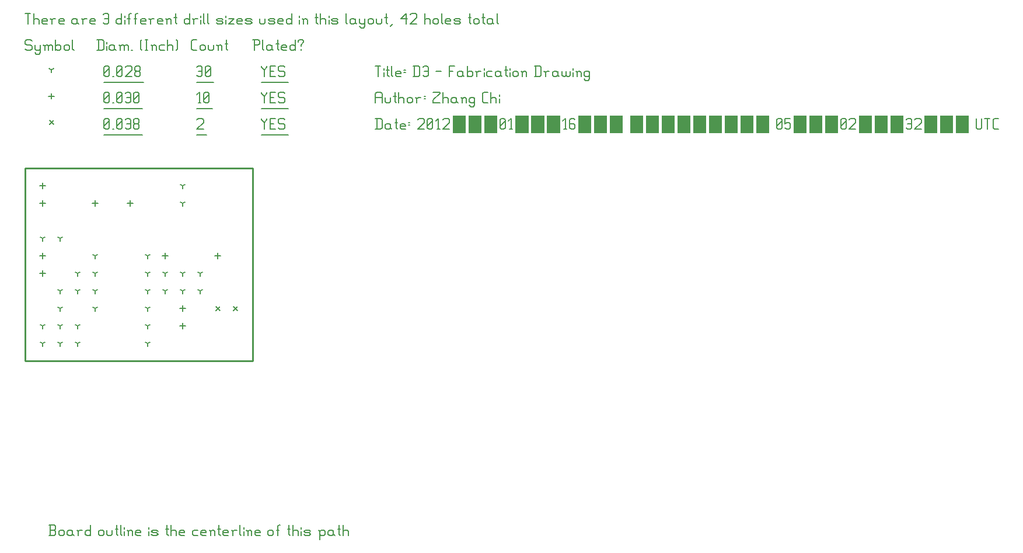
<source format=gbr>
G04 start of page 9 for group -3984 idx -3984 *
G04 Title: D3, fab *
G04 Creator: pcb 20100929 *
G04 CreationDate: 2012年01月16日 星期一 05时02分32秒 UTC *
G04 For: dword *
G04 Format: Gerber/RS-274X *
G04 PCB-Dimensions: 200000 200000 *
G04 PCB-Coordinate-Origin: lower left *
%MOIN*%
%FSLAX25Y25*%
%LNFAB*%
%ADD11C,0.0200*%
%ADD18C,0.0100*%
%ADD21C,0.0080*%
%ADD22C,0.0060*%
G54D21*X108800Y121200D02*X111200Y118800D01*
X108800D02*X111200Y121200D01*
X118800D02*X121200Y118800D01*
X118800D02*X121200Y121200D01*
X13800Y227450D02*X16200Y225050D01*
X13800D02*X16200Y227450D01*
G54D22*X135000Y228500D02*Y227750D01*
X136500Y226250D01*
X138000Y227750D01*
Y228500D02*Y227750D01*
X136500Y226250D02*Y222500D01*
X139801Y225500D02*X142051D01*
X139801Y222500D02*X142801D01*
X139801Y228500D02*Y222500D01*
Y228500D02*X142801D01*
X147603D02*X148353Y227750D01*
X145353Y228500D02*X147603D01*
X144603Y227750D02*X145353Y228500D01*
X144603Y227750D02*Y226250D01*
X145353Y225500D01*
X147603D01*
X148353Y224750D01*
Y223250D01*
X147603Y222500D02*X148353Y223250D01*
X145353Y222500D02*X147603D01*
X144603Y223250D02*X145353Y222500D01*
X135000Y219249D02*X150154D01*
X98000Y227750D02*X98750Y228500D01*
X101000D01*
X101750Y227750D01*
Y226250D01*
X98000Y222500D02*X101750Y226250D01*
X98000Y222500D02*X101750D01*
X98000Y219249D02*X103551D01*
X45000Y223250D02*X45750Y222500D01*
X45000Y227750D02*Y223250D01*
Y227750D02*X45750Y228500D01*
X47250D01*
X48000Y227750D01*
Y223250D01*
X47250Y222500D02*X48000Y223250D01*
X45750Y222500D02*X47250D01*
X45000Y224000D02*X48000Y227000D01*
X49801Y222500D02*X50551D01*
X52353Y223250D02*X53103Y222500D01*
X52353Y227750D02*Y223250D01*
Y227750D02*X53103Y228500D01*
X54603D01*
X55353Y227750D01*
Y223250D01*
X54603Y222500D02*X55353Y223250D01*
X53103Y222500D02*X54603D01*
X52353Y224000D02*X55353Y227000D01*
X57154Y227750D02*X57904Y228500D01*
X59404D01*
X60154Y227750D01*
Y223250D01*
X59404Y222500D02*X60154Y223250D01*
X57904Y222500D02*X59404D01*
X57154Y223250D02*X57904Y222500D01*
Y225500D02*X60154D01*
X61956Y223250D02*X62706Y222500D01*
X61956Y224750D02*Y223250D01*
Y224750D02*X62706Y225500D01*
X64206D01*
X64956Y224750D01*
Y223250D01*
X64206Y222500D02*X64956Y223250D01*
X62706Y222500D02*X64206D01*
X61956Y226250D02*X62706Y225500D01*
X61956Y227750D02*Y226250D01*
Y227750D02*X62706Y228500D01*
X64206D01*
X64956Y227750D01*
Y226250D01*
X64206Y225500D02*X64956Y226250D01*
X45000Y219249D02*X66757D01*
X80000Y151600D02*Y148400D01*
X78400Y150000D02*X81600D01*
X110000Y151600D02*Y148400D01*
X108400Y150000D02*X111600D01*
X10000Y151600D02*Y148400D01*
X8400Y150000D02*X11600D01*
X10000Y141600D02*Y138400D01*
X8400Y140000D02*X11600D01*
X90000Y121600D02*Y118400D01*
X88400Y120000D02*X91600D01*
X90000Y111600D02*Y108400D01*
X88400Y110000D02*X91600D01*
X40000Y181600D02*Y178400D01*
X38400Y180000D02*X41600D01*
X60000Y181600D02*Y178400D01*
X58400Y180000D02*X61600D01*
X10000Y181600D02*Y178400D01*
X8400Y180000D02*X11600D01*
X10000Y191600D02*Y188400D01*
X8400Y190000D02*X11600D01*
X15000Y242850D02*Y239650D01*
X13400Y241250D02*X16600D01*
X135000Y243500D02*Y242750D01*
X136500Y241250D01*
X138000Y242750D01*
Y243500D02*Y242750D01*
X136500Y241250D02*Y237500D01*
X139801Y240500D02*X142051D01*
X139801Y237500D02*X142801D01*
X139801Y243500D02*Y237500D01*
Y243500D02*X142801D01*
X147603D02*X148353Y242750D01*
X145353Y243500D02*X147603D01*
X144603Y242750D02*X145353Y243500D01*
X144603Y242750D02*Y241250D01*
X145353Y240500D01*
X147603D01*
X148353Y239750D01*
Y238250D01*
X147603Y237500D02*X148353Y238250D01*
X145353Y237500D02*X147603D01*
X144603Y238250D02*X145353Y237500D01*
X135000Y234249D02*X150154D01*
X98750Y237500D02*X100250D01*
X99500Y243500D02*Y237500D01*
X98000Y242000D02*X99500Y243500D01*
X102051Y238250D02*X102801Y237500D01*
X102051Y242750D02*Y238250D01*
Y242750D02*X102801Y243500D01*
X104301D01*
X105051Y242750D01*
Y238250D01*
X104301Y237500D02*X105051Y238250D01*
X102801Y237500D02*X104301D01*
X102051Y239000D02*X105051Y242000D01*
X98000Y234249D02*X106853D01*
X45000Y238250D02*X45750Y237500D01*
X45000Y242750D02*Y238250D01*
Y242750D02*X45750Y243500D01*
X47250D01*
X48000Y242750D01*
Y238250D01*
X47250Y237500D02*X48000Y238250D01*
X45750Y237500D02*X47250D01*
X45000Y239000D02*X48000Y242000D01*
X49801Y237500D02*X50551D01*
X52353Y238250D02*X53103Y237500D01*
X52353Y242750D02*Y238250D01*
Y242750D02*X53103Y243500D01*
X54603D01*
X55353Y242750D01*
Y238250D01*
X54603Y237500D02*X55353Y238250D01*
X53103Y237500D02*X54603D01*
X52353Y239000D02*X55353Y242000D01*
X57154Y242750D02*X57904Y243500D01*
X59404D01*
X60154Y242750D01*
Y238250D01*
X59404Y237500D02*X60154Y238250D01*
X57904Y237500D02*X59404D01*
X57154Y238250D02*X57904Y237500D01*
Y240500D02*X60154D01*
X61956Y238250D02*X62706Y237500D01*
X61956Y242750D02*Y238250D01*
Y242750D02*X62706Y243500D01*
X64206D01*
X64956Y242750D01*
Y238250D01*
X64206Y237500D02*X64956Y238250D01*
X62706Y237500D02*X64206D01*
X61956Y239000D02*X64956Y242000D01*
X45000Y234249D02*X66757D01*
X10000Y160000D02*Y158400D01*
Y160000D02*X11386Y160800D01*
X10000Y160000D02*X8614Y160800D01*
X20000Y160000D02*Y158400D01*
Y160000D02*X21386Y160800D01*
X20000Y160000D02*X18614Y160800D01*
X20000Y120000D02*Y118400D01*
Y120000D02*X21386Y120800D01*
X20000Y120000D02*X18614Y120800D01*
X20000Y130000D02*Y128400D01*
Y130000D02*X21386Y130800D01*
X20000Y130000D02*X18614Y130800D01*
X70000Y100000D02*Y98400D01*
Y100000D02*X71386Y100800D01*
X70000Y100000D02*X68614Y100800D01*
X70000Y110000D02*Y108400D01*
Y110000D02*X71386Y110800D01*
X70000Y110000D02*X68614Y110800D01*
X80000Y140000D02*Y138400D01*
Y140000D02*X81386Y140800D01*
X80000Y140000D02*X78614Y140800D01*
X80000Y130000D02*Y128400D01*
Y130000D02*X81386Y130800D01*
X80000Y130000D02*X78614Y130800D01*
X90000Y140000D02*Y138400D01*
Y140000D02*X91386Y140800D01*
X90000Y140000D02*X88614Y140800D01*
X90000Y130000D02*Y128400D01*
Y130000D02*X91386Y130800D01*
X90000Y130000D02*X88614Y130800D01*
X100000Y140000D02*Y138400D01*
Y140000D02*X101386Y140800D01*
X100000Y140000D02*X98614Y140800D01*
X100000Y130000D02*Y128400D01*
Y130000D02*X101386Y130800D01*
X100000Y130000D02*X98614Y130800D01*
X40000Y150000D02*Y148400D01*
Y150000D02*X41386Y150800D01*
X40000Y150000D02*X38614Y150800D01*
X40000Y140000D02*Y138400D01*
Y140000D02*X41386Y140800D01*
X40000Y140000D02*X38614Y140800D01*
X40000Y130000D02*Y128400D01*
Y130000D02*X41386Y130800D01*
X40000Y130000D02*X38614Y130800D01*
X40000Y120000D02*Y118400D01*
Y120000D02*X41386Y120800D01*
X40000Y120000D02*X38614Y120800D01*
X70000Y120000D02*Y118400D01*
Y120000D02*X71386Y120800D01*
X70000Y120000D02*X68614Y120800D01*
X70000Y130000D02*Y128400D01*
Y130000D02*X71386Y130800D01*
X70000Y130000D02*X68614Y130800D01*
X70000Y140000D02*Y138400D01*
Y140000D02*X71386Y140800D01*
X70000Y140000D02*X68614Y140800D01*
X70000Y150000D02*Y148400D01*
Y150000D02*X71386Y150800D01*
X70000Y150000D02*X68614Y150800D01*
X30000Y140000D02*Y138400D01*
Y140000D02*X31386Y140800D01*
X30000Y140000D02*X28614Y140800D01*
X30000Y130000D02*Y128400D01*
Y130000D02*X31386Y130800D01*
X30000Y130000D02*X28614Y130800D01*
X90000Y180000D02*Y178400D01*
Y180000D02*X91386Y180800D01*
X90000Y180000D02*X88614Y180800D01*
X90000Y190000D02*Y188400D01*
Y190000D02*X91386Y190800D01*
X90000Y190000D02*X88614Y190800D01*
X20000Y110000D02*Y108400D01*
Y110000D02*X21386Y110800D01*
X20000Y110000D02*X18614Y110800D01*
X10000Y110000D02*Y108400D01*
Y110000D02*X11386Y110800D01*
X10000Y110000D02*X8614Y110800D01*
X20000Y100000D02*Y98400D01*
Y100000D02*X21386Y100800D01*
X20000Y100000D02*X18614Y100800D01*
X10000Y100000D02*Y98400D01*
Y100000D02*X11386Y100800D01*
X10000Y100000D02*X8614Y100800D01*
X30000Y100000D02*Y98400D01*
Y100000D02*X31386Y100800D01*
X30000Y100000D02*X28614Y100800D01*
X30000Y110000D02*Y108400D01*
Y110000D02*X31386Y110800D01*
X30000Y110000D02*X28614Y110800D01*
X15000Y256250D02*Y254650D01*
Y256250D02*X16386Y257050D01*
X15000Y256250D02*X13614Y257050D01*
X135000Y258500D02*Y257750D01*
X136500Y256250D01*
X138000Y257750D01*
Y258500D02*Y257750D01*
X136500Y256250D02*Y252500D01*
X139801Y255500D02*X142051D01*
X139801Y252500D02*X142801D01*
X139801Y258500D02*Y252500D01*
Y258500D02*X142801D01*
X147603D02*X148353Y257750D01*
X145353Y258500D02*X147603D01*
X144603Y257750D02*X145353Y258500D01*
X144603Y257750D02*Y256250D01*
X145353Y255500D01*
X147603D01*
X148353Y254750D01*
Y253250D01*
X147603Y252500D02*X148353Y253250D01*
X145353Y252500D02*X147603D01*
X144603Y253250D02*X145353Y252500D01*
X135000Y249249D02*X150154D01*
X98000Y257750D02*X98750Y258500D01*
X100250D01*
X101000Y257750D01*
Y253250D01*
X100250Y252500D02*X101000Y253250D01*
X98750Y252500D02*X100250D01*
X98000Y253250D02*X98750Y252500D01*
Y255500D02*X101000D01*
X102801Y253250D02*X103551Y252500D01*
X102801Y257750D02*Y253250D01*
Y257750D02*X103551Y258500D01*
X105051D01*
X105801Y257750D01*
Y253250D01*
X105051Y252500D02*X105801Y253250D01*
X103551Y252500D02*X105051D01*
X102801Y254000D02*X105801Y257000D01*
X98000Y249249D02*X107603D01*
X45000Y253250D02*X45750Y252500D01*
X45000Y257750D02*Y253250D01*
Y257750D02*X45750Y258500D01*
X47250D01*
X48000Y257750D01*
Y253250D01*
X47250Y252500D02*X48000Y253250D01*
X45750Y252500D02*X47250D01*
X45000Y254000D02*X48000Y257000D01*
X49801Y252500D02*X50551D01*
X52353Y253250D02*X53103Y252500D01*
X52353Y257750D02*Y253250D01*
Y257750D02*X53103Y258500D01*
X54603D01*
X55353Y257750D01*
Y253250D01*
X54603Y252500D02*X55353Y253250D01*
X53103Y252500D02*X54603D01*
X52353Y254000D02*X55353Y257000D01*
X57154Y257750D02*X57904Y258500D01*
X60154D01*
X60904Y257750D01*
Y256250D01*
X57154Y252500D02*X60904Y256250D01*
X57154Y252500D02*X60904D01*
X62706Y253250D02*X63456Y252500D01*
X62706Y254750D02*Y253250D01*
Y254750D02*X63456Y255500D01*
X64956D01*
X65706Y254750D01*
Y253250D01*
X64956Y252500D02*X65706Y253250D01*
X63456Y252500D02*X64956D01*
X62706Y256250D02*X63456Y255500D01*
X62706Y257750D02*Y256250D01*
Y257750D02*X63456Y258500D01*
X64956D01*
X65706Y257750D01*
Y256250D01*
X64956Y255500D02*X65706Y256250D01*
X45000Y249249D02*X67507D01*
X3000Y273500D02*X3750Y272750D01*
X750Y273500D02*X3000D01*
X0Y272750D02*X750Y273500D01*
X0Y272750D02*Y271250D01*
X750Y270500D01*
X3000D01*
X3750Y269750D01*
Y268250D01*
X3000Y267500D02*X3750Y268250D01*
X750Y267500D02*X3000D01*
X0Y268250D02*X750Y267500D01*
X5551Y270500D02*Y268250D01*
X6301Y267500D01*
X8551Y270500D02*Y266000D01*
X7801Y265250D02*X8551Y266000D01*
X6301Y265250D02*X7801D01*
X5551Y266000D02*X6301Y265250D01*
Y267500D02*X7801D01*
X8551Y268250D01*
X11103Y269750D02*Y267500D01*
Y269750D02*X11853Y270500D01*
X12603D01*
X13353Y269750D01*
Y267500D01*
Y269750D02*X14103Y270500D01*
X14853D01*
X15603Y269750D01*
Y267500D01*
X10353Y270500D02*X11103Y269750D01*
X17404Y273500D02*Y267500D01*
Y268250D02*X18154Y267500D01*
X19654D01*
X20404Y268250D01*
Y269750D02*Y268250D01*
X19654Y270500D02*X20404Y269750D01*
X18154Y270500D02*X19654D01*
X17404Y269750D02*X18154Y270500D01*
X22206Y269750D02*Y268250D01*
Y269750D02*X22956Y270500D01*
X24456D01*
X25206Y269750D01*
Y268250D01*
X24456Y267500D02*X25206Y268250D01*
X22956Y267500D02*X24456D01*
X22206Y268250D02*X22956Y267500D01*
X27007Y273500D02*Y268250D01*
X27757Y267500D01*
X41750Y273500D02*Y267500D01*
X44000Y273500D02*X44750Y272750D01*
Y268250D01*
X44000Y267500D02*X44750Y268250D01*
X41000Y267500D02*X44000D01*
X41000Y273500D02*X44000D01*
X46551Y272000D02*Y271250D01*
Y269750D02*Y267500D01*
X50303Y270500D02*X51053Y269750D01*
X48803Y270500D02*X50303D01*
X48053Y269750D02*X48803Y270500D01*
X48053Y269750D02*Y268250D01*
X48803Y267500D01*
X51053Y270500D02*Y268250D01*
X51803Y267500D01*
X48803D02*X50303D01*
X51053Y268250D01*
X54354Y269750D02*Y267500D01*
Y269750D02*X55104Y270500D01*
X55854D01*
X56604Y269750D01*
Y267500D01*
Y269750D02*X57354Y270500D01*
X58104D01*
X58854Y269750D01*
Y267500D01*
X53604Y270500D02*X54354Y269750D01*
X60656Y267500D02*X61406D01*
X65907Y268250D02*X66657Y267500D01*
X65907Y272750D02*X66657Y273500D01*
X65907Y272750D02*Y268250D01*
X68459Y273500D02*X69959D01*
X69209D02*Y267500D01*
X68459D02*X69959D01*
X72510Y269750D02*Y267500D01*
Y269750D02*X73260Y270500D01*
X74010D01*
X74760Y269750D01*
Y267500D01*
X71760Y270500D02*X72510Y269750D01*
X77312Y270500D02*X79562D01*
X76562Y269750D02*X77312Y270500D01*
X76562Y269750D02*Y268250D01*
X77312Y267500D01*
X79562D01*
X81363Y273500D02*Y267500D01*
Y269750D02*X82113Y270500D01*
X83613D01*
X84363Y269750D01*
Y267500D01*
X86165Y273500D02*X86915Y272750D01*
Y268250D01*
X86165Y267500D02*X86915Y268250D01*
X95750Y267500D02*X98000D01*
X95000Y268250D02*X95750Y267500D01*
X95000Y272750D02*Y268250D01*
Y272750D02*X95750Y273500D01*
X98000D01*
X99801Y269750D02*Y268250D01*
Y269750D02*X100551Y270500D01*
X102051D01*
X102801Y269750D01*
Y268250D01*
X102051Y267500D02*X102801Y268250D01*
X100551Y267500D02*X102051D01*
X99801Y268250D02*X100551Y267500D01*
X104603Y270500D02*Y268250D01*
X105353Y267500D01*
X106853D01*
X107603Y268250D01*
Y270500D02*Y268250D01*
X110154Y269750D02*Y267500D01*
Y269750D02*X110904Y270500D01*
X111654D01*
X112404Y269750D01*
Y267500D01*
X109404Y270500D02*X110154Y269750D01*
X114956Y273500D02*Y268250D01*
X115706Y267500D01*
X114206Y271250D02*X115706D01*
X130750Y273500D02*Y267500D01*
X130000Y273500D02*X133000D01*
X133750Y272750D01*
Y271250D01*
X133000Y270500D02*X133750Y271250D01*
X130750Y270500D02*X133000D01*
X135551Y273500D02*Y268250D01*
X136301Y267500D01*
X140053Y270500D02*X140803Y269750D01*
X138553Y270500D02*X140053D01*
X137803Y269750D02*X138553Y270500D01*
X137803Y269750D02*Y268250D01*
X138553Y267500D01*
X140803Y270500D02*Y268250D01*
X141553Y267500D01*
X138553D02*X140053D01*
X140803Y268250D01*
X144104Y273500D02*Y268250D01*
X144854Y267500D01*
X143354Y271250D02*X144854D01*
X147106Y267500D02*X149356D01*
X146356Y268250D02*X147106Y267500D01*
X146356Y269750D02*Y268250D01*
Y269750D02*X147106Y270500D01*
X148606D01*
X149356Y269750D01*
X146356Y269000D02*X149356D01*
Y269750D02*Y269000D01*
X154157Y273500D02*Y267500D01*
X153407D02*X154157Y268250D01*
X151907Y267500D02*X153407D01*
X151157Y268250D02*X151907Y267500D01*
X151157Y269750D02*Y268250D01*
Y269750D02*X151907Y270500D01*
X153407D01*
X154157Y269750D01*
X157459Y270500D02*Y269750D01*
Y268250D02*Y267500D01*
X155959Y272750D02*Y272000D01*
Y272750D02*X156709Y273500D01*
X158209D01*
X158959Y272750D01*
Y272000D01*
X157459Y270500D02*X158959Y272000D01*
X0Y288500D02*X3000D01*
X1500D02*Y282500D01*
X4801Y288500D02*Y282500D01*
Y284750D02*X5551Y285500D01*
X7051D01*
X7801Y284750D01*
Y282500D01*
X10353D02*X12603D01*
X9603Y283250D02*X10353Y282500D01*
X9603Y284750D02*Y283250D01*
Y284750D02*X10353Y285500D01*
X11853D01*
X12603Y284750D01*
X9603Y284000D02*X12603D01*
Y284750D02*Y284000D01*
X15154Y284750D02*Y282500D01*
Y284750D02*X15904Y285500D01*
X17404D01*
X14404D02*X15154Y284750D01*
X19956Y282500D02*X22206D01*
X19206Y283250D02*X19956Y282500D01*
X19206Y284750D02*Y283250D01*
Y284750D02*X19956Y285500D01*
X21456D01*
X22206Y284750D01*
X19206Y284000D02*X22206D01*
Y284750D02*Y284000D01*
X28957Y285500D02*X29707Y284750D01*
X27457Y285500D02*X28957D01*
X26707Y284750D02*X27457Y285500D01*
X26707Y284750D02*Y283250D01*
X27457Y282500D01*
X29707Y285500D02*Y283250D01*
X30457Y282500D01*
X27457D02*X28957D01*
X29707Y283250D01*
X33009Y284750D02*Y282500D01*
Y284750D02*X33759Y285500D01*
X35259D01*
X32259D02*X33009Y284750D01*
X37810Y282500D02*X40060D01*
X37060Y283250D02*X37810Y282500D01*
X37060Y284750D02*Y283250D01*
Y284750D02*X37810Y285500D01*
X39310D01*
X40060Y284750D01*
X37060Y284000D02*X40060D01*
Y284750D02*Y284000D01*
X44562Y287750D02*X45312Y288500D01*
X46812D01*
X47562Y287750D01*
Y283250D01*
X46812Y282500D02*X47562Y283250D01*
X45312Y282500D02*X46812D01*
X44562Y283250D02*X45312Y282500D01*
Y285500D02*X47562D01*
X55063Y288500D02*Y282500D01*
X54313D02*X55063Y283250D01*
X52813Y282500D02*X54313D01*
X52063Y283250D02*X52813Y282500D01*
X52063Y284750D02*Y283250D01*
Y284750D02*X52813Y285500D01*
X54313D01*
X55063Y284750D01*
X56865Y287000D02*Y286250D01*
Y284750D02*Y282500D01*
X59116Y287750D02*Y282500D01*
Y287750D02*X59866Y288500D01*
X60616D01*
X58366Y285500D02*X59866D01*
X62868Y287750D02*Y282500D01*
Y287750D02*X63618Y288500D01*
X64368D01*
X62118Y285500D02*X63618D01*
X66619Y282500D02*X68869D01*
X65869Y283250D02*X66619Y282500D01*
X65869Y284750D02*Y283250D01*
Y284750D02*X66619Y285500D01*
X68119D01*
X68869Y284750D01*
X65869Y284000D02*X68869D01*
Y284750D02*Y284000D01*
X71421Y284750D02*Y282500D01*
Y284750D02*X72171Y285500D01*
X73671D01*
X70671D02*X71421Y284750D01*
X76222Y282500D02*X78472D01*
X75472Y283250D02*X76222Y282500D01*
X75472Y284750D02*Y283250D01*
Y284750D02*X76222Y285500D01*
X77722D01*
X78472Y284750D01*
X75472Y284000D02*X78472D01*
Y284750D02*Y284000D01*
X81024Y284750D02*Y282500D01*
Y284750D02*X81774Y285500D01*
X82524D01*
X83274Y284750D01*
Y282500D01*
X80274Y285500D02*X81024Y284750D01*
X85825Y288500D02*Y283250D01*
X86575Y282500D01*
X85075Y286250D02*X86575D01*
X93777Y288500D02*Y282500D01*
X93027D02*X93777Y283250D01*
X91527Y282500D02*X93027D01*
X90777Y283250D02*X91527Y282500D01*
X90777Y284750D02*Y283250D01*
Y284750D02*X91527Y285500D01*
X93027D01*
X93777Y284750D01*
X96328D02*Y282500D01*
Y284750D02*X97078Y285500D01*
X98578D01*
X95578D02*X96328Y284750D01*
X100380Y287000D02*Y286250D01*
Y284750D02*Y282500D01*
X101881Y288500D02*Y283250D01*
X102631Y282500D01*
X104133Y288500D02*Y283250D01*
X104883Y282500D01*
X109834D02*X112084D01*
X112834Y283250D01*
X112084Y284000D02*X112834Y283250D01*
X109834Y284000D02*X112084D01*
X109084Y284750D02*X109834Y284000D01*
X109084Y284750D02*X109834Y285500D01*
X112084D01*
X112834Y284750D01*
X109084Y283250D02*X109834Y282500D01*
X114636Y287000D02*Y286250D01*
Y284750D02*Y282500D01*
X116137Y285500D02*X119137D01*
X116137Y282500D02*X119137Y285500D01*
X116137Y282500D02*X119137D01*
X121689D02*X123939D01*
X120939Y283250D02*X121689Y282500D01*
X120939Y284750D02*Y283250D01*
Y284750D02*X121689Y285500D01*
X123189D01*
X123939Y284750D01*
X120939Y284000D02*X123939D01*
Y284750D02*Y284000D01*
X126490Y282500D02*X128740D01*
X129490Y283250D01*
X128740Y284000D02*X129490Y283250D01*
X126490Y284000D02*X128740D01*
X125740Y284750D02*X126490Y284000D01*
X125740Y284750D02*X126490Y285500D01*
X128740D01*
X129490Y284750D01*
X125740Y283250D02*X126490Y282500D01*
X133992Y285500D02*Y283250D01*
X134742Y282500D01*
X136242D01*
X136992Y283250D01*
Y285500D02*Y283250D01*
X139543Y282500D02*X141793D01*
X142543Y283250D01*
X141793Y284000D02*X142543Y283250D01*
X139543Y284000D02*X141793D01*
X138793Y284750D02*X139543Y284000D01*
X138793Y284750D02*X139543Y285500D01*
X141793D01*
X142543Y284750D01*
X138793Y283250D02*X139543Y282500D01*
X145095D02*X147345D01*
X144345Y283250D02*X145095Y282500D01*
X144345Y284750D02*Y283250D01*
Y284750D02*X145095Y285500D01*
X146595D01*
X147345Y284750D01*
X144345Y284000D02*X147345D01*
Y284750D02*Y284000D01*
X152146Y288500D02*Y282500D01*
X151396D02*X152146Y283250D01*
X149896Y282500D02*X151396D01*
X149146Y283250D02*X149896Y282500D01*
X149146Y284750D02*Y283250D01*
Y284750D02*X149896Y285500D01*
X151396D01*
X152146Y284750D01*
X156648Y287000D02*Y286250D01*
Y284750D02*Y282500D01*
X158899Y284750D02*Y282500D01*
Y284750D02*X159649Y285500D01*
X160399D01*
X161149Y284750D01*
Y282500D01*
X158149Y285500D02*X158899Y284750D01*
X166401Y288500D02*Y283250D01*
X167151Y282500D01*
X165651Y286250D02*X167151D01*
X168652Y288500D02*Y282500D01*
Y284750D02*X169402Y285500D01*
X170902D01*
X171652Y284750D01*
Y282500D01*
X173454Y287000D02*Y286250D01*
Y284750D02*Y282500D01*
X175705D02*X177955D01*
X178705Y283250D01*
X177955Y284000D02*X178705Y283250D01*
X175705Y284000D02*X177955D01*
X174955Y284750D02*X175705Y284000D01*
X174955Y284750D02*X175705Y285500D01*
X177955D01*
X178705Y284750D01*
X174955Y283250D02*X175705Y282500D01*
X183207Y288500D02*Y283250D01*
X183957Y282500D01*
X187708Y285500D02*X188458Y284750D01*
X186208Y285500D02*X187708D01*
X185458Y284750D02*X186208Y285500D01*
X185458Y284750D02*Y283250D01*
X186208Y282500D01*
X188458Y285500D02*Y283250D01*
X189208Y282500D01*
X186208D02*X187708D01*
X188458Y283250D01*
X191010Y285500D02*Y283250D01*
X191760Y282500D01*
X194010Y285500D02*Y281000D01*
X193260Y280250D02*X194010Y281000D01*
X191760Y280250D02*X193260D01*
X191010Y281000D02*X191760Y280250D01*
Y282500D02*X193260D01*
X194010Y283250D01*
X195811Y284750D02*Y283250D01*
Y284750D02*X196561Y285500D01*
X198061D01*
X198811Y284750D01*
Y283250D01*
X198061Y282500D02*X198811Y283250D01*
X196561Y282500D02*X198061D01*
X195811Y283250D02*X196561Y282500D01*
X200613Y285500D02*Y283250D01*
X201363Y282500D01*
X202863D01*
X203613Y283250D01*
Y285500D02*Y283250D01*
X206164Y288500D02*Y283250D01*
X206914Y282500D01*
X205414Y286250D02*X206914D01*
X208416Y281000D02*X209916Y282500D01*
X214417Y285500D02*X217417Y288500D01*
X214417Y285500D02*X218167D01*
X217417Y288500D02*Y282500D01*
X219969Y287750D02*X220719Y288500D01*
X222969D01*
X223719Y287750D01*
Y286250D01*
X219969Y282500D02*X223719Y286250D01*
X219969Y282500D02*X223719D01*
X228220Y288500D02*Y282500D01*
Y284750D02*X228970Y285500D01*
X230470D01*
X231220Y284750D01*
Y282500D01*
X233022Y284750D02*Y283250D01*
Y284750D02*X233772Y285500D01*
X235272D01*
X236022Y284750D01*
Y283250D01*
X235272Y282500D02*X236022Y283250D01*
X233772Y282500D02*X235272D01*
X233022Y283250D02*X233772Y282500D01*
X237823Y288500D02*Y283250D01*
X238573Y282500D01*
X240825D02*X243075D01*
X240075Y283250D02*X240825Y282500D01*
X240075Y284750D02*Y283250D01*
Y284750D02*X240825Y285500D01*
X242325D01*
X243075Y284750D01*
X240075Y284000D02*X243075D01*
Y284750D02*Y284000D01*
X245626Y282500D02*X247876D01*
X248626Y283250D01*
X247876Y284000D02*X248626Y283250D01*
X245626Y284000D02*X247876D01*
X244876Y284750D02*X245626Y284000D01*
X244876Y284750D02*X245626Y285500D01*
X247876D01*
X248626Y284750D01*
X244876Y283250D02*X245626Y282500D01*
X253878Y288500D02*Y283250D01*
X254628Y282500D01*
X253128Y286250D02*X254628D01*
X256129Y284750D02*Y283250D01*
Y284750D02*X256879Y285500D01*
X258379D01*
X259129Y284750D01*
Y283250D01*
X258379Y282500D02*X259129Y283250D01*
X256879Y282500D02*X258379D01*
X256129Y283250D02*X256879Y282500D01*
X261681Y288500D02*Y283250D01*
X262431Y282500D01*
X260931Y286250D02*X262431D01*
X266182Y285500D02*X266932Y284750D01*
X264682Y285500D02*X266182D01*
X263932Y284750D02*X264682Y285500D01*
X263932Y284750D02*Y283250D01*
X264682Y282500D01*
X266932Y285500D02*Y283250D01*
X267682Y282500D01*
X264682D02*X266182D01*
X266932Y283250D01*
X269484Y288500D02*Y283250D01*
X270234Y282500D01*
G54D18*X130000Y200000D02*X0D01*
X130000Y90000D02*Y200000D01*
X0Y90000D02*X130000D01*
X0Y200000D02*Y90000D01*
G54D22*X13648Y-9500D02*X16648D01*
X17398Y-8750D01*
Y-7250D02*Y-8750D01*
X16648Y-6500D02*X17398Y-7250D01*
X14398Y-6500D02*X16648D01*
X14398Y-3500D02*Y-9500D01*
X13648Y-3500D02*X16648D01*
X17398Y-4250D01*
Y-5750D01*
X16648Y-6500D02*X17398Y-5750D01*
X19199Y-7250D02*Y-8750D01*
Y-7250D02*X19949Y-6500D01*
X21449D01*
X22199Y-7250D01*
Y-8750D01*
X21449Y-9500D02*X22199Y-8750D01*
X19949Y-9500D02*X21449D01*
X19199Y-8750D02*X19949Y-9500D01*
X26251Y-6500D02*X27001Y-7250D01*
X24751Y-6500D02*X26251D01*
X24001Y-7250D02*X24751Y-6500D01*
X24001Y-7250D02*Y-8750D01*
X24751Y-9500D01*
X27001Y-6500D02*Y-8750D01*
X27751Y-9500D01*
X24751D02*X26251D01*
X27001Y-8750D01*
X30302Y-7250D02*Y-9500D01*
Y-7250D02*X31052Y-6500D01*
X32552D01*
X29552D02*X30302Y-7250D01*
X37354Y-3500D02*Y-9500D01*
X36604D02*X37354Y-8750D01*
X35104Y-9500D02*X36604D01*
X34354Y-8750D02*X35104Y-9500D01*
X34354Y-7250D02*Y-8750D01*
Y-7250D02*X35104Y-6500D01*
X36604D01*
X37354Y-7250D01*
X41855D02*Y-8750D01*
Y-7250D02*X42605Y-6500D01*
X44105D01*
X44855Y-7250D01*
Y-8750D01*
X44105Y-9500D02*X44855Y-8750D01*
X42605Y-9500D02*X44105D01*
X41855Y-8750D02*X42605Y-9500D01*
X46657Y-6500D02*Y-8750D01*
X47407Y-9500D01*
X48907D01*
X49657Y-8750D01*
Y-6500D02*Y-8750D01*
X52208Y-3500D02*Y-8750D01*
X52958Y-9500D01*
X51458Y-5750D02*X52958D01*
X54460Y-3500D02*Y-8750D01*
X55210Y-9500D01*
X56711Y-5000D02*Y-5750D01*
Y-7250D02*Y-9500D01*
X58963Y-7250D02*Y-9500D01*
Y-7250D02*X59713Y-6500D01*
X60463D01*
X61213Y-7250D01*
Y-9500D01*
X58213Y-6500D02*X58963Y-7250D01*
X63764Y-9500D02*X66014D01*
X63014Y-8750D02*X63764Y-9500D01*
X63014Y-7250D02*Y-8750D01*
Y-7250D02*X63764Y-6500D01*
X65264D01*
X66014Y-7250D01*
X63014Y-8000D02*X66014D01*
Y-7250D02*Y-8000D01*
X70516Y-5000D02*Y-5750D01*
Y-7250D02*Y-9500D01*
X72767D02*X75017D01*
X75767Y-8750D01*
X75017Y-8000D02*X75767Y-8750D01*
X72767Y-8000D02*X75017D01*
X72017Y-7250D02*X72767Y-8000D01*
X72017Y-7250D02*X72767Y-6500D01*
X75017D01*
X75767Y-7250D01*
X72017Y-8750D02*X72767Y-9500D01*
X81019Y-3500D02*Y-8750D01*
X81769Y-9500D01*
X80269Y-5750D02*X81769D01*
X83270Y-3500D02*Y-9500D01*
Y-7250D02*X84020Y-6500D01*
X85520D01*
X86270Y-7250D01*
Y-9500D01*
X88822D02*X91072D01*
X88072Y-8750D02*X88822Y-9500D01*
X88072Y-7250D02*Y-8750D01*
Y-7250D02*X88822Y-6500D01*
X90322D01*
X91072Y-7250D01*
X88072Y-8000D02*X91072D01*
Y-7250D02*Y-8000D01*
X96323Y-6500D02*X98573D01*
X95573Y-7250D02*X96323Y-6500D01*
X95573Y-7250D02*Y-8750D01*
X96323Y-9500D01*
X98573D01*
X101125D02*X103375D01*
X100375Y-8750D02*X101125Y-9500D01*
X100375Y-7250D02*Y-8750D01*
Y-7250D02*X101125Y-6500D01*
X102625D01*
X103375Y-7250D01*
X100375Y-8000D02*X103375D01*
Y-7250D02*Y-8000D01*
X105926Y-7250D02*Y-9500D01*
Y-7250D02*X106676Y-6500D01*
X107426D01*
X108176Y-7250D01*
Y-9500D01*
X105176Y-6500D02*X105926Y-7250D01*
X110728Y-3500D02*Y-8750D01*
X111478Y-9500D01*
X109978Y-5750D02*X111478D01*
X113729Y-9500D02*X115979D01*
X112979Y-8750D02*X113729Y-9500D01*
X112979Y-7250D02*Y-8750D01*
Y-7250D02*X113729Y-6500D01*
X115229D01*
X115979Y-7250D01*
X112979Y-8000D02*X115979D01*
Y-7250D02*Y-8000D01*
X118531Y-7250D02*Y-9500D01*
Y-7250D02*X119281Y-6500D01*
X120781D01*
X117781D02*X118531Y-7250D01*
X122582Y-3500D02*Y-8750D01*
X123332Y-9500D01*
X124834Y-5000D02*Y-5750D01*
Y-7250D02*Y-9500D01*
X127085Y-7250D02*Y-9500D01*
Y-7250D02*X127835Y-6500D01*
X128585D01*
X129335Y-7250D01*
Y-9500D01*
X126335Y-6500D02*X127085Y-7250D01*
X131887Y-9500D02*X134137D01*
X131137Y-8750D02*X131887Y-9500D01*
X131137Y-7250D02*Y-8750D01*
Y-7250D02*X131887Y-6500D01*
X133387D01*
X134137Y-7250D01*
X131137Y-8000D02*X134137D01*
Y-7250D02*Y-8000D01*
X138638Y-7250D02*Y-8750D01*
Y-7250D02*X139388Y-6500D01*
X140888D01*
X141638Y-7250D01*
Y-8750D01*
X140888Y-9500D02*X141638Y-8750D01*
X139388Y-9500D02*X140888D01*
X138638Y-8750D02*X139388Y-9500D01*
X144190Y-4250D02*Y-9500D01*
Y-4250D02*X144940Y-3500D01*
X145690D01*
X143440Y-6500D02*X144940D01*
X150641Y-3500D02*Y-8750D01*
X151391Y-9500D01*
X149891Y-5750D02*X151391D01*
X152893Y-3500D02*Y-9500D01*
Y-7250D02*X153643Y-6500D01*
X155143D01*
X155893Y-7250D01*
Y-9500D01*
X157694Y-5000D02*Y-5750D01*
Y-7250D02*Y-9500D01*
X159946D02*X162196D01*
X162946Y-8750D01*
X162196Y-8000D02*X162946Y-8750D01*
X159946Y-8000D02*X162196D01*
X159196Y-7250D02*X159946Y-8000D01*
X159196Y-7250D02*X159946Y-6500D01*
X162196D01*
X162946Y-7250D01*
X159196Y-8750D02*X159946Y-9500D01*
X168197Y-7250D02*Y-11750D01*
X167447Y-6500D02*X168197Y-7250D01*
X168947Y-6500D01*
X170447D01*
X171197Y-7250D01*
Y-8750D01*
X170447Y-9500D02*X171197Y-8750D01*
X168947Y-9500D02*X170447D01*
X168197Y-8750D02*X168947Y-9500D01*
X175249Y-6500D02*X175999Y-7250D01*
X173749Y-6500D02*X175249D01*
X172999Y-7250D02*X173749Y-6500D01*
X172999Y-7250D02*Y-8750D01*
X173749Y-9500D01*
X175999Y-6500D02*Y-8750D01*
X176749Y-9500D01*
X173749D02*X175249D01*
X175999Y-8750D01*
X179300Y-3500D02*Y-8750D01*
X180050Y-9500D01*
X178550Y-5750D02*X180050D01*
X181552Y-3500D02*Y-9500D01*
Y-7250D02*X182302Y-6500D01*
X183802D01*
X184552Y-7250D01*
Y-9500D01*
X200750Y228500D02*Y222500D01*
X203000Y228500D02*X203750Y227750D01*
Y223250D01*
X203000Y222500D02*X203750Y223250D01*
X200000Y222500D02*X203000D01*
X200000Y228500D02*X203000D01*
X207801Y225500D02*X208551Y224750D01*
X206301Y225500D02*X207801D01*
X205551Y224750D02*X206301Y225500D01*
X205551Y224750D02*Y223250D01*
X206301Y222500D01*
X208551Y225500D02*Y223250D01*
X209301Y222500D01*
X206301D02*X207801D01*
X208551Y223250D01*
X211853Y228500D02*Y223250D01*
X212603Y222500D01*
X211103Y226250D02*X212603D01*
X214854Y222500D02*X217104D01*
X214104Y223250D02*X214854Y222500D01*
X214104Y224750D02*Y223250D01*
Y224750D02*X214854Y225500D01*
X216354D01*
X217104Y224750D01*
X214104Y224000D02*X217104D01*
Y224750D02*Y224000D01*
X218906Y226250D02*X219656D01*
X218906Y224750D02*X219656D01*
X224157Y227750D02*X224907Y228500D01*
X227157D01*
X227907Y227750D01*
Y226250D01*
X224157Y222500D02*X227907Y226250D01*
X224157Y222500D02*X227907D01*
X229709Y223250D02*X230459Y222500D01*
X229709Y227750D02*Y223250D01*
Y227750D02*X230459Y228500D01*
X231959D01*
X232709Y227750D01*
Y223250D01*
X231959Y222500D02*X232709Y223250D01*
X230459Y222500D02*X231959D01*
X229709Y224000D02*X232709Y227000D01*
X235260Y222500D02*X236760D01*
X236010Y228500D02*Y222500D01*
X234510Y227000D02*X236010Y228500D01*
X238562Y227750D02*X239312Y228500D01*
X241562D01*
X242312Y227750D01*
Y226250D01*
X238562Y222500D02*X242312Y226250D01*
X238562Y222500D02*X242312D01*
G54D11*G36*
X244113Y230000D02*Y220249D01*
X251615D01*
Y230000D01*
X244113D01*
G37*
G36*
X253115D02*Y220249D01*
X260616D01*
Y230000D01*
X253115D01*
G37*
G36*
X262116D02*Y220249D01*
X269618D01*
Y230000D01*
X262116D01*
G37*
G54D22*X271118Y223250D02*X271868Y222500D01*
X271118Y227750D02*Y223250D01*
Y227750D02*X271868Y228500D01*
X273368D01*
X274118Y227750D01*
Y223250D01*
X273368Y222500D02*X274118Y223250D01*
X271868Y222500D02*X273368D01*
X271118Y224000D02*X274118Y227000D01*
X276669Y222500D02*X278169D01*
X277419Y228500D02*Y222500D01*
X275919Y227000D02*X277419Y228500D01*
G54D11*G36*
X279971Y230000D02*Y220249D01*
X287472D01*
Y230000D01*
X279971D01*
G37*
G36*
X288972D02*Y220249D01*
X296474D01*
Y230000D01*
X288972D01*
G37*
G36*
X297974D02*Y220249D01*
X305475D01*
Y230000D01*
X297974D01*
G37*
G54D22*X307725Y222500D02*X309225D01*
X308475Y228500D02*Y222500D01*
X306975Y227000D02*X308475Y228500D01*
X313277D02*X314027Y227750D01*
X311777Y228500D02*X313277D01*
X311027Y227750D02*X311777Y228500D01*
X311027Y227750D02*Y223250D01*
X311777Y222500D01*
X313277Y225500D02*X314027Y224750D01*
X311027Y225500D02*X313277D01*
X311777Y222500D02*X313277D01*
X314027Y223250D01*
Y224750D02*Y223250D01*
G54D11*G36*
X315828Y230000D02*Y220249D01*
X323330D01*
Y230000D01*
X315828D01*
G37*
G36*
X324830D02*Y220249D01*
X332331D01*
Y230000D01*
X324830D01*
G37*
G36*
X333831D02*Y220249D01*
X341333D01*
Y230000D01*
X333831D01*
G37*
G36*
X345533D02*Y220249D01*
X353034D01*
Y230000D01*
X345533D01*
G37*
G36*
X354534D02*Y220249D01*
X362036D01*
Y230000D01*
X354534D01*
G37*
G36*
X363536D02*Y220249D01*
X371037D01*
Y230000D01*
X363536D01*
G37*
G36*
X372537D02*Y220249D01*
X380039D01*
Y230000D01*
X372537D01*
G37*
G36*
X381539D02*Y220249D01*
X389040D01*
Y230000D01*
X381539D01*
G37*
G36*
X390540D02*Y220249D01*
X398042D01*
Y230000D01*
X390540D01*
G37*
G36*
X399542D02*Y220249D01*
X407043D01*
Y230000D01*
X399542D01*
G37*
G36*
X408543D02*Y220249D01*
X416045D01*
Y230000D01*
X408543D01*
G37*
G36*
X417545D02*Y220249D01*
X425046D01*
Y230000D01*
X417545D01*
G37*
G54D22*X429246Y223250D02*X429996Y222500D01*
X429246Y227750D02*Y223250D01*
Y227750D02*X429996Y228500D01*
X431496D01*
X432246Y227750D01*
Y223250D01*
X431496Y222500D02*X432246Y223250D01*
X429996Y222500D02*X431496D01*
X429246Y224000D02*X432246Y227000D01*
X434048Y228500D02*X437048D01*
X434048D02*Y225500D01*
X434798Y226250D01*
X436298D01*
X437048Y225500D01*
Y223250D01*
X436298Y222500D02*X437048Y223250D01*
X434798Y222500D02*X436298D01*
X434048Y223250D02*X434798Y222500D01*
G54D11*G36*
X438849Y230000D02*Y220249D01*
X446351D01*
Y230000D01*
X438849D01*
G37*
G36*
X447851D02*Y220249D01*
X455352D01*
Y230000D01*
X447851D01*
G37*
G36*
X456852D02*Y220249D01*
X464354D01*
Y230000D01*
X456852D01*
G37*
G54D22*X465854Y223250D02*X466604Y222500D01*
X465854Y227750D02*Y223250D01*
Y227750D02*X466604Y228500D01*
X468104D01*
X468854Y227750D01*
Y223250D01*
X468104Y222500D02*X468854Y223250D01*
X466604Y222500D02*X468104D01*
X465854Y224000D02*X468854Y227000D01*
X470655Y227750D02*X471405Y228500D01*
X473655D01*
X474405Y227750D01*
Y226250D01*
X470655Y222500D02*X474405Y226250D01*
X470655Y222500D02*X474405D01*
G54D11*G36*
X476207Y230000D02*Y220249D01*
X483708D01*
Y230000D01*
X476207D01*
G37*
G36*
X485208D02*Y220249D01*
X492710D01*
Y230000D01*
X485208D01*
G37*
G36*
X494210D02*Y220249D01*
X501711D01*
Y230000D01*
X494210D01*
G37*
G54D22*X503211Y227750D02*X503961Y228500D01*
X505461D01*
X506211Y227750D01*
Y223250D01*
X505461Y222500D02*X506211Y223250D01*
X503961Y222500D02*X505461D01*
X503211Y223250D02*X503961Y222500D01*
Y225500D02*X506211D01*
X508013Y227750D02*X508763Y228500D01*
X511013D01*
X511763Y227750D01*
Y226250D01*
X508013Y222500D02*X511763Y226250D01*
X508013Y222500D02*X511763D01*
G54D11*G36*
X513564Y230000D02*Y220249D01*
X521066D01*
Y230000D01*
X513564D01*
G37*
G36*
X522566D02*Y220249D01*
X530067D01*
Y230000D01*
X522566D01*
G37*
G36*
X531567D02*Y220249D01*
X539069D01*
Y230000D01*
X531567D01*
G37*
G54D22*X543269Y228500D02*Y223250D01*
X544019Y222500D01*
X545519D01*
X546269Y223250D01*
Y228500D02*Y223250D01*
X548070Y228500D02*X551070D01*
X549570D02*Y222500D01*
X553622D02*X555872D01*
X552872Y223250D02*X553622Y222500D01*
X552872Y227750D02*Y223250D01*
Y227750D02*X553622Y228500D01*
X555872D01*
X200000Y242750D02*Y237500D01*
Y242750D02*X200750Y243500D01*
X203000D01*
X203750Y242750D01*
Y237500D01*
X200000Y240500D02*X203750D01*
X205551D02*Y238250D01*
X206301Y237500D01*
X207801D01*
X208551Y238250D01*
Y240500D02*Y238250D01*
X211103Y243500D02*Y238250D01*
X211853Y237500D01*
X210353Y241250D02*X211853D01*
X213354Y243500D02*Y237500D01*
Y239750D02*X214104Y240500D01*
X215604D01*
X216354Y239750D01*
Y237500D01*
X218156Y239750D02*Y238250D01*
Y239750D02*X218906Y240500D01*
X220406D01*
X221156Y239750D01*
Y238250D01*
X220406Y237500D02*X221156Y238250D01*
X218906Y237500D02*X220406D01*
X218156Y238250D02*X218906Y237500D01*
X223707Y239750D02*Y237500D01*
Y239750D02*X224457Y240500D01*
X225957D01*
X222957D02*X223707Y239750D01*
X227759Y241250D02*X228509D01*
X227759Y239750D02*X228509D01*
X233010Y243500D02*X236760D01*
Y242750D01*
X233010Y239000D02*X236760Y242750D01*
X233010Y239000D02*Y237500D01*
X236760D01*
X238562Y243500D02*Y237500D01*
Y239750D02*X239312Y240500D01*
X240812D01*
X241562Y239750D01*
Y237500D01*
X245613Y240500D02*X246363Y239750D01*
X244113Y240500D02*X245613D01*
X243363Y239750D02*X244113Y240500D01*
X243363Y239750D02*Y238250D01*
X244113Y237500D01*
X246363Y240500D02*Y238250D01*
X247113Y237500D01*
X244113D02*X245613D01*
X246363Y238250D01*
X249665Y239750D02*Y237500D01*
Y239750D02*X250415Y240500D01*
X251165D01*
X251915Y239750D01*
Y237500D01*
X248915Y240500D02*X249665Y239750D01*
X255966Y240500D02*X256716Y239750D01*
X254466Y240500D02*X255966D01*
X253716Y239750D02*X254466Y240500D01*
X253716Y239750D02*Y238250D01*
X254466Y237500D01*
X255966D01*
X256716Y238250D01*
X253716Y236000D02*X254466Y235250D01*
X255966D01*
X256716Y236000D01*
Y240500D02*Y236000D01*
X261968Y237500D02*X264218D01*
X261218Y238250D02*X261968Y237500D01*
X261218Y242750D02*Y238250D01*
Y242750D02*X261968Y243500D01*
X264218D01*
X266019D02*Y237500D01*
Y239750D02*X266769Y240500D01*
X268269D01*
X269019Y239750D01*
Y237500D01*
X270821Y242000D02*Y241250D01*
Y239750D02*Y237500D01*
X200000Y258500D02*X203000D01*
X201500D02*Y252500D01*
X204801Y257000D02*Y256250D01*
Y254750D02*Y252500D01*
X207053Y258500D02*Y253250D01*
X207803Y252500D01*
X206303Y256250D02*X207803D01*
X209304Y258500D02*Y253250D01*
X210054Y252500D01*
X212306D02*X214556D01*
X211556Y253250D02*X212306Y252500D01*
X211556Y254750D02*Y253250D01*
Y254750D02*X212306Y255500D01*
X213806D01*
X214556Y254750D01*
X211556Y254000D02*X214556D01*
Y254750D02*Y254000D01*
X216357Y256250D02*X217107D01*
X216357Y254750D02*X217107D01*
X222359Y258500D02*Y252500D01*
X224609Y258500D02*X225359Y257750D01*
Y253250D01*
X224609Y252500D02*X225359Y253250D01*
X221609Y252500D02*X224609D01*
X221609Y258500D02*X224609D01*
X227160Y257750D02*X227910Y258500D01*
X229410D01*
X230160Y257750D01*
Y253250D01*
X229410Y252500D02*X230160Y253250D01*
X227910Y252500D02*X229410D01*
X227160Y253250D02*X227910Y252500D01*
Y255500D02*X230160D01*
X234662D02*X237662D01*
X242163Y258500D02*Y252500D01*
Y258500D02*X245163D01*
X242163Y255500D02*X244413D01*
X249215D02*X249965Y254750D01*
X247715Y255500D02*X249215D01*
X246965Y254750D02*X247715Y255500D01*
X246965Y254750D02*Y253250D01*
X247715Y252500D01*
X249965Y255500D02*Y253250D01*
X250715Y252500D01*
X247715D02*X249215D01*
X249965Y253250D01*
X252516Y258500D02*Y252500D01*
Y253250D02*X253266Y252500D01*
X254766D01*
X255516Y253250D01*
Y254750D02*Y253250D01*
X254766Y255500D02*X255516Y254750D01*
X253266Y255500D02*X254766D01*
X252516Y254750D02*X253266Y255500D01*
X258068Y254750D02*Y252500D01*
Y254750D02*X258818Y255500D01*
X260318D01*
X257318D02*X258068Y254750D01*
X262119Y257000D02*Y256250D01*
Y254750D02*Y252500D01*
X264371Y255500D02*X266621D01*
X263621Y254750D02*X264371Y255500D01*
X263621Y254750D02*Y253250D01*
X264371Y252500D01*
X266621D01*
X270672Y255500D02*X271422Y254750D01*
X269172Y255500D02*X270672D01*
X268422Y254750D02*X269172Y255500D01*
X268422Y254750D02*Y253250D01*
X269172Y252500D01*
X271422Y255500D02*Y253250D01*
X272172Y252500D01*
X269172D02*X270672D01*
X271422Y253250D01*
X274724Y258500D02*Y253250D01*
X275474Y252500D01*
X273974Y256250D02*X275474D01*
X276975Y257000D02*Y256250D01*
Y254750D02*Y252500D01*
X278477Y254750D02*Y253250D01*
Y254750D02*X279227Y255500D01*
X280727D01*
X281477Y254750D01*
Y253250D01*
X280727Y252500D02*X281477Y253250D01*
X279227Y252500D02*X280727D01*
X278477Y253250D02*X279227Y252500D01*
X284028Y254750D02*Y252500D01*
Y254750D02*X284778Y255500D01*
X285528D01*
X286278Y254750D01*
Y252500D01*
X283278Y255500D02*X284028Y254750D01*
X291530Y258500D02*Y252500D01*
X293780Y258500D02*X294530Y257750D01*
Y253250D01*
X293780Y252500D02*X294530Y253250D01*
X290780Y252500D02*X293780D01*
X290780Y258500D02*X293780D01*
X297081Y254750D02*Y252500D01*
Y254750D02*X297831Y255500D01*
X299331D01*
X296331D02*X297081Y254750D01*
X303383Y255500D02*X304133Y254750D01*
X301883Y255500D02*X303383D01*
X301133Y254750D02*X301883Y255500D01*
X301133Y254750D02*Y253250D01*
X301883Y252500D01*
X304133Y255500D02*Y253250D01*
X304883Y252500D01*
X301883D02*X303383D01*
X304133Y253250D01*
X306684Y255500D02*Y253250D01*
X307434Y252500D01*
X308184D01*
X308934Y253250D01*
Y255500D02*Y253250D01*
X309684Y252500D01*
X310434D01*
X311184Y253250D01*
Y255500D02*Y253250D01*
X312986Y257000D02*Y256250D01*
Y254750D02*Y252500D01*
X315237Y254750D02*Y252500D01*
Y254750D02*X315987Y255500D01*
X316737D01*
X317487Y254750D01*
Y252500D01*
X314487Y255500D02*X315237Y254750D01*
X321539Y255500D02*X322289Y254750D01*
X320039Y255500D02*X321539D01*
X319289Y254750D02*X320039Y255500D01*
X319289Y254750D02*Y253250D01*
X320039Y252500D01*
X321539D01*
X322289Y253250D01*
X319289Y251000D02*X320039Y250250D01*
X321539D01*
X322289Y251000D01*
Y255500D02*Y251000D01*
M02*

</source>
